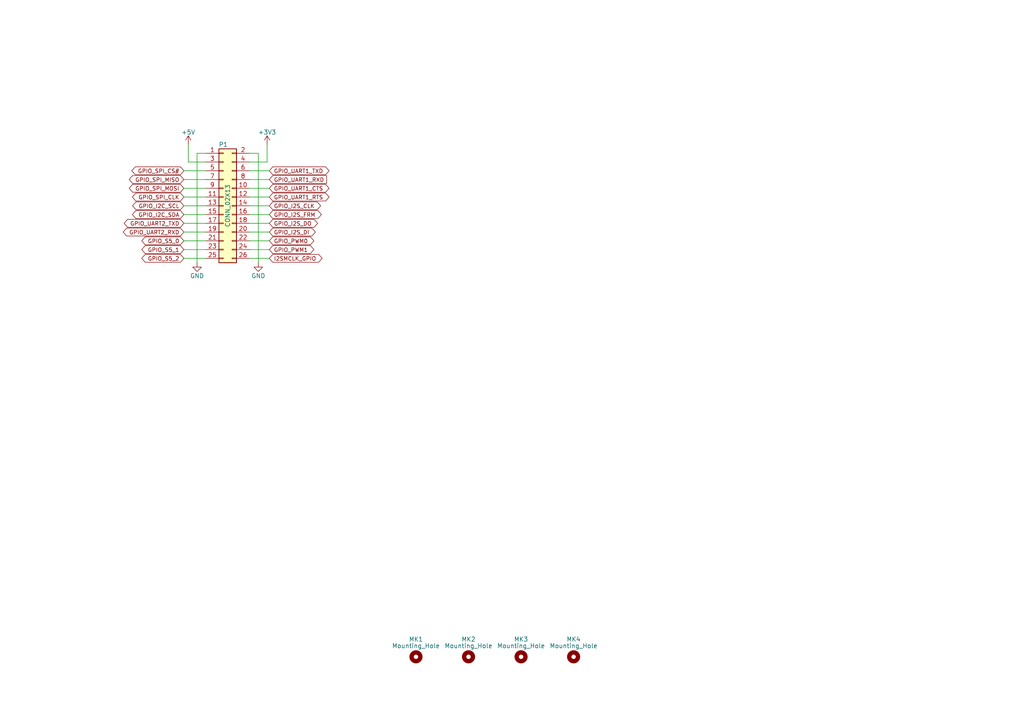
<source format=kicad_sch>
(kicad_sch (version 20210126) (generator eeschema)
  (paper "A4")
  (lib_symbols
    (symbol "Connector_Generic:Conn_02x13_Odd_Even" (pin_names (offset 1.016) hide)
      (property "Reference" "J" (at 1.27 17.78 0))
      (property "Value" "Conn_02x13_Odd_Even" (at 1.27 -17.78 0))
      (symbol "Conn_02x13_Odd_Even_1_1"
        (rectangle (start -1.27 -4.953) (end 0 -5.207) (stroke (width 0.1524)))
        (rectangle (start -1.27 -7.493) (end 0 -7.747) (stroke (width 0.1524)))
        (rectangle (start -1.27 -10.033) (end 0 -10.287) (stroke (width 0.1524)))
        (rectangle (start -1.27 -12.573) (end 0 -12.827) (stroke (width 0.1524)))
        (rectangle (start -1.27 -15.113) (end 0 -15.367) (stroke (width 0.1524)))
        (rectangle (start -1.27 -2.413) (end 0 -2.667) (stroke (width 0.1524)))
        (rectangle (start -1.27 2.667) (end 0 2.413) (stroke (width 0.1524)))
        (rectangle (start -1.27 5.207) (end 0 4.953) (stroke (width 0.1524)))
        (rectangle (start -1.27 7.747) (end 0 7.493) (stroke (width 0.1524)))
        (rectangle (start -1.27 10.287) (end 0 10.033) (stroke (width 0.1524)))
        (rectangle (start -1.27 0.127) (end 0 -0.127) (stroke (width 0.1524)))
        (rectangle (start -1.27 12.827) (end 0 12.573) (stroke (width 0.1524)))
        (rectangle (start -1.27 15.367) (end 0 15.113) (stroke (width 0.1524)))
        (rectangle (start -1.27 16.51) (end 3.81 -16.51) (stroke (width 0.254)) (fill (type background)))
        (rectangle (start 3.81 -4.953) (end 2.54 -5.207) (stroke (width 0.1524)))
        (rectangle (start 3.81 -7.493) (end 2.54 -7.747) (stroke (width 0.1524)))
        (rectangle (start 3.81 -10.033) (end 2.54 -10.287) (stroke (width 0.1524)))
        (rectangle (start 3.81 -12.573) (end 2.54 -12.827) (stroke (width 0.1524)))
        (rectangle (start 3.81 -15.113) (end 2.54 -15.367) (stroke (width 0.1524)))
        (rectangle (start 3.81 -2.413) (end 2.54 -2.667) (stroke (width 0.1524)))
        (rectangle (start 3.81 2.667) (end 2.54 2.413) (stroke (width 0.1524)))
        (rectangle (start 3.81 5.207) (end 2.54 4.953) (stroke (width 0.1524)))
        (rectangle (start 3.81 7.747) (end 2.54 7.493) (stroke (width 0.1524)))
        (rectangle (start 3.81 10.287) (end 2.54 10.033) (stroke (width 0.1524)))
        (rectangle (start 3.81 0.127) (end 2.54 -0.127) (stroke (width 0.1524)))
        (rectangle (start 3.81 12.827) (end 2.54 12.573) (stroke (width 0.1524)))
        (rectangle (start 3.81 15.367) (end 2.54 15.113) (stroke (width 0.1524)))
        (pin passive line (at -5.08 15.24 0) (length 3.81) (name "Pin_1") (number "1"))
        (pin passive line (at 7.62 5.08 180) (length 3.81) (name "Pin_10") (number "10"))
        (pin passive line (at -5.08 2.54 0) (length 3.81) (name "Pin_11") (number "11"))
        (pin passive line (at 7.62 2.54 180) (length 3.81) (name "Pin_12") (number "12"))
        (pin passive line (at -5.08 0 0) (length 3.81) (name "Pin_13") (number "13"))
        (pin passive line (at 7.62 0 180) (length 3.81) (name "Pin_14") (number "14"))
        (pin passive line (at -5.08 -2.54 0) (length 3.81) (name "Pin_15") (number "15"))
        (pin passive line (at 7.62 -2.54 180) (length 3.81) (name "Pin_16") (number "16"))
        (pin passive line (at -5.08 -5.08 0) (length 3.81) (name "Pin_17") (number "17"))
        (pin passive line (at 7.62 -5.08 180) (length 3.81) (name "Pin_18") (number "18"))
        (pin passive line (at -5.08 -7.62 0) (length 3.81) (name "Pin_19") (number "19"))
        (pin passive line (at 7.62 15.24 180) (length 3.81) (name "Pin_2") (number "2"))
        (pin passive line (at 7.62 -7.62 180) (length 3.81) (name "Pin_20") (number "20"))
        (pin passive line (at -5.08 -10.16 0) (length 3.81) (name "Pin_21") (number "21"))
        (pin passive line (at 7.62 -10.16 180) (length 3.81) (name "Pin_22") (number "22"))
        (pin passive line (at -5.08 -12.7 0) (length 3.81) (name "Pin_23") (number "23"))
        (pin passive line (at 7.62 -12.7 180) (length 3.81) (name "Pin_24") (number "24"))
        (pin passive line (at -5.08 -15.24 0) (length 3.81) (name "Pin_25") (number "25"))
        (pin passive line (at 7.62 -15.24 180) (length 3.81) (name "Pin_26") (number "26"))
        (pin passive line (at -5.08 12.7 0) (length 3.81) (name "Pin_3") (number "3"))
        (pin passive line (at 7.62 12.7 180) (length 3.81) (name "Pin_4") (number "4"))
        (pin passive line (at -5.08 10.16 0) (length 3.81) (name "Pin_5") (number "5"))
        (pin passive line (at 7.62 10.16 180) (length 3.81) (name "Pin_6") (number "6"))
        (pin passive line (at -5.08 7.62 0) (length 3.81) (name "Pin_7") (number "7"))
        (pin passive line (at 7.62 7.62 180) (length 3.81) (name "Pin_8") (number "8"))
        (pin passive line (at -5.08 5.08 0) (length 3.81) (name "Pin_9") (number "9"))
      )
    )
    (symbol "minnowboard-ls-lure:Mounting_Hole-Mechanical" (pin_names (offset 1.016))
      (property "Reference" "MK" (at 0 5.08 0))
      (property "Value" "Mounting_Hole-Mechanical" (at 0 3.175 0))
      (symbol "Mounting_Hole-Mechanical_0_1"
        (circle (center 0 0) (radius 1.27) (stroke (width 1.27)))
      )
    )
    (symbol "power:+3.3V" (power) (pin_names (offset 0))
      (property "Value" "+3.3V" (at 0 3.556 0))
      (symbol "+3.3V_0_1"
        (polyline (pts (xy -0.762 1.27) (xy 0 2.54)))
        (polyline (pts (xy 0 0) (xy 0 2.54)))
        (polyline (pts (xy 0 2.54) (xy 0.762 1.27)))
      )
      (symbol "+3.3V_1_1"
        (pin power_in line (at 0 0 90) (length 0) hide (name "+3V3") (number "1"))
      )
    )
    (symbol "power:+5V" (power) (pin_names (offset 0))
      (property "Value" "+5V" (at 0 3.556 0))
      (symbol "+5V_0_1"
        (polyline (pts (xy -0.762 1.27) (xy 0 2.54)))
        (polyline (pts (xy 0 0) (xy 0 2.54)))
        (polyline (pts (xy 0 2.54) (xy 0.762 1.27)))
      )
      (symbol "+5V_1_1"
        (pin power_in line (at 0 0 90) (length 0) hide (name "+5V") (number "1"))
      )
    )
    (symbol "power:GND" (power) (pin_names (offset 0))
      (property "Value" "GND" (at 0 -3.81 0))
      (symbol "GND_0_1"
        (polyline (pts (xy 0 0) (xy 0 -1.27) (xy 1.27 -1.27) (xy 0 -2.54) (xy -1.27 -1.27) (xy 0 -1.27)))
      )
      (symbol "GND_1_1"
        (pin power_in line (at 0 0 270) (length 0) hide (name "GND") (number "1"))
      )
    )
  )
  (wire (pts (xy 53.34 49.53) (xy 59.69 49.53)))
  (wire (pts (xy 53.34 52.07) (xy 59.69 52.07)))
  (wire (pts (xy 53.34 54.61) (xy 59.69 54.61)))
  (wire (pts (xy 53.34 57.15) (xy 59.69 57.15)))
  (wire (pts (xy 53.34 59.69) (xy 59.69 59.69)))
  (wire (pts (xy 53.34 62.23) (xy 59.69 62.23)))
  (wire (pts (xy 53.34 64.77) (xy 59.69 64.77)))
  (wire (pts (xy 53.34 67.31) (xy 59.69 67.31)))
  (wire (pts (xy 53.34 69.85) (xy 59.69 69.85)))
  (wire (pts (xy 53.34 72.39) (xy 59.69 72.39)))
  (wire (pts (xy 53.34 74.93) (xy 59.69 74.93)))
  (wire (pts (xy 54.61 41.91) (xy 54.61 46.99)))
  (wire (pts (xy 54.61 46.99) (xy 59.69 46.99)))
  (wire (pts (xy 57.15 44.45) (xy 57.15 76.2)))
  (wire (pts (xy 59.69 44.45) (xy 57.15 44.45)))
  (wire (pts (xy 72.39 44.45) (xy 74.93 44.45)))
  (wire (pts (xy 72.39 46.99) (xy 77.47 46.99)))
  (wire (pts (xy 72.39 49.53) (xy 78.105 49.53)))
  (wire (pts (xy 72.39 52.07) (xy 78.105 52.07)))
  (wire (pts (xy 72.39 54.61) (xy 78.105 54.61)))
  (wire (pts (xy 72.39 57.15) (xy 78.105 57.15)))
  (wire (pts (xy 72.39 59.69) (xy 78.105 59.69)))
  (wire (pts (xy 72.39 62.23) (xy 78.105 62.23)))
  (wire (pts (xy 72.39 64.77) (xy 78.105 64.77)))
  (wire (pts (xy 72.39 67.31) (xy 78.105 67.31)))
  (wire (pts (xy 72.39 69.85) (xy 78.105 69.85)))
  (wire (pts (xy 72.39 72.39) (xy 78.105 72.39)))
  (wire (pts (xy 72.39 74.93) (xy 78.105 74.93)))
  (wire (pts (xy 74.93 44.45) (xy 74.93 76.2)))
  (wire (pts (xy 77.47 46.99) (xy 77.47 41.91)))
  (global_label "GPIO_SPI_CS#" (shape bidirectional) (at 53.34 49.53 180) (effects (font (size 1.143 1.143))) (property "Intersheet References" "${INTERSHEET_REFS}" (effects hide)))
  (global_label "GPIO_SPI_MISO" (shape bidirectional) (at 53.34 52.07 180) (effects (font (size 1.143 1.143))) (property "Intersheet References" "${INTERSHEET_REFS}" (effects hide)))
  (global_label "GPIO_SPI_MOSI" (shape bidirectional) (at 53.34 54.61 180) (effects (font (size 1.143 1.143))) (property "Intersheet References" "${INTERSHEET_REFS}" (effects hide)))
  (global_label "GPIO_SPI_CLK" (shape bidirectional) (at 53.34 57.15 180) (effects (font (size 1.143 1.143))) (property "Intersheet References" "${INTERSHEET_REFS}" (effects hide)))
  (global_label "GPIO_I2C_SCL" (shape bidirectional) (at 53.34 59.69 180) (effects (font (size 1.143 1.143))) (property "Intersheet References" "${INTERSHEET_REFS}" (effects hide)))
  (global_label "GPIO_I2C_SDA" (shape bidirectional) (at 53.34 62.23 180) (effects (font (size 1.143 1.143))) (property "Intersheet References" "${INTERSHEET_REFS}" (effects hide)))
  (global_label "GPIO_UART2_TXD" (shape bidirectional) (at 53.34 64.77 180) (effects (font (size 1.143 1.143))) (property "Intersheet References" "${INTERSHEET_REFS}" (effects hide)))
  (global_label "GPIO_UART2_RXD" (shape bidirectional) (at 53.34 67.31 180) (effects (font (size 1.143 1.143))) (property "Intersheet References" "${INTERSHEET_REFS}" (effects hide)))
  (global_label "GPIO_S5_0" (shape bidirectional) (at 53.34 69.85 180) (effects (font (size 1.143 1.143))) (property "Intersheet References" "${INTERSHEET_REFS}" (effects hide)))
  (global_label "GPIO_S5_1" (shape bidirectional) (at 53.34 72.39 180) (effects (font (size 1.143 1.143))) (property "Intersheet References" "${INTERSHEET_REFS}" (effects hide)))
  (global_label "GPIO_S5_2" (shape bidirectional) (at 53.34 74.93 180) (effects (font (size 1.143 1.143))) (property "Intersheet References" "${INTERSHEET_REFS}" (effects hide)))
  (global_label "GPIO_UART1_TXD" (shape bidirectional) (at 78.105 49.53 0) (effects (font (size 1.143 1.143))) (property "Intersheet References" "${INTERSHEET_REFS}" (effects hide)))
  (global_label "GPIO_UART1_RXD" (shape input) (at 78.105 52.07 0) (effects (font (size 1.143 1.143))) (property "Intersheet References" "${INTERSHEET_REFS}" (effects hide)))
  (global_label "GPIO_UART1_CTS" (shape bidirectional) (at 78.105 54.61 0) (effects (font (size 1.143 1.143))) (property "Intersheet References" "${INTERSHEET_REFS}" (effects hide)))
  (global_label "GPIO_UART1_RTS" (shape bidirectional) (at 78.105 57.15 0) (effects (font (size 1.143 1.143))) (property "Intersheet References" "${INTERSHEET_REFS}" (effects hide)))
  (global_label "GPIO_I2S_CLK" (shape bidirectional) (at 78.105 59.69 0) (effects (font (size 1.143 1.143))) (property "Intersheet References" "${INTERSHEET_REFS}" (effects hide)))
  (global_label "GPIO_I2S_FRM" (shape bidirectional) (at 78.105 62.23 0) (effects (font (size 1.143 1.143))) (property "Intersheet References" "${INTERSHEET_REFS}" (effects hide)))
  (global_label "GPIO_I2S_DO" (shape bidirectional) (at 78.105 64.77 0) (effects (font (size 1.143 1.143))) (property "Intersheet References" "${INTERSHEET_REFS}" (effects hide)))
  (global_label "GPIO_I2S_DI" (shape bidirectional) (at 78.105 67.31 0) (effects (font (size 1.143 1.143))) (property "Intersheet References" "${INTERSHEET_REFS}" (effects hide)))
  (global_label "GPIO_PWM0" (shape bidirectional) (at 78.105 69.85 0) (effects (font (size 1.143 1.143))) (property "Intersheet References" "${INTERSHEET_REFS}" (effects hide)))
  (global_label "GPIO_PWM1" (shape bidirectional) (at 78.105 72.39 0) (effects (font (size 1.143 1.143))) (property "Intersheet References" "${INTERSHEET_REFS}" (effects hide)))
  (global_label "I2SMCLK_GPIO" (shape bidirectional) (at 78.105 74.93 0) (effects (font (size 1.143 1.143))) (property "Intersheet References" "${INTERSHEET_REFS}" (effects hide)))
  (symbol (lib_id "power:+5V") (at 54.61 41.91 0) (unit 1)
    (property "Reference" "#PWR1" (effects hide))
    (property "Value" "+5V" (at 54.61 38.354 0))
  )
  (symbol (lib_id "power:+3.3V") (at 77.47 41.91 0) (unit 1)
    (property "Reference" "#PWR4" (effects hide))
    (property "Value" "+3.3V" (at 77.47 38.354 0))
  )
  (symbol (lib_id "power:GND") (at 57.15 76.2 0) (unit 1)
    (property "Reference" "#PWR2" (effects hide))
    (property "Value" "GND" (at 57.15 80.01 0))
  )
  (symbol (lib_id "power:GND") (at 74.93 76.2 0) (unit 1)
    (property "Reference" "#PWR3" (effects hide))
    (property "Value" "GND" (at 74.93 80.01 0))
  )
  (symbol (lib_id "minnowboard-ls-lure:Mounting_Hole-Mechanical") (at 120.65 190.5 0) (unit 1)
    (property "Reference" "MK1" (at 120.65 185.42 0))
    (property "Value" "Mounting_Hole" (at 120.65 187.325 0))
    (property "Footprint" "Mounting_Holes:MountingHole_3-5mm" (effects hide))
  )
  (symbol (lib_id "minnowboard-ls-lure:Mounting_Hole-Mechanical") (at 135.89 190.5 0) (unit 1)
    (property "Reference" "MK2" (at 135.89 185.42 0))
    (property "Value" "Mounting_Hole" (at 135.89 187.325 0))
    (property "Footprint" "Mounting_Holes:MountingHole_3-5mm" (effects hide))
  )
  (symbol (lib_id "minnowboard-ls-lure:Mounting_Hole-Mechanical") (at 151.13 190.5 0) (unit 1)
    (property "Reference" "MK3" (at 151.13 185.42 0))
    (property "Value" "Mounting_Hole" (at 151.13 187.325 0))
    (property "Footprint" "Mounting_Holes:MountingHole_3-5mm" (effects hide))
  )
  (symbol (lib_id "minnowboard-ls-lure:Mounting_Hole-Mechanical") (at 166.37 190.5 0) (unit 1)
    (property "Reference" "MK4" (at 166.37 185.42 0))
    (property "Value" "Mounting_Hole" (at 166.37 187.325 0))
    (property "Footprint" "Mounting_Holes:MountingHole_3-5mm" (effects hide))
  )
  (symbol (lib_id "Connector_Generic:Conn_02x13_Odd_Even") (at 64.77 59.69 0) (unit 1)
    (property "Reference" "P1" (at 64.77 41.91 0))
    (property "Value" "CONN_02X13" (at 66.04 59.69 90))
    (property "Footprint" "Pin_Headers:Pin_Header_Straight_2x13" (effects hide))
  )
)
</source>
